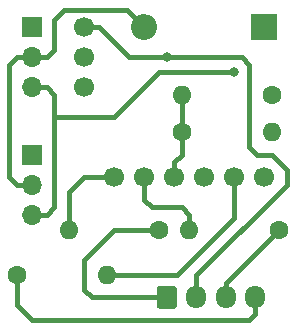
<source format=gtl>
G04 #@! TF.GenerationSoftware,KiCad,Pcbnew,(5.1.8)-1*
G04 #@! TF.CreationDate,2024-06-23T02:08:37+02:00*
G04 #@! TF.ProjectId,RC Exhaust Digispark,52432045-7868-4617-9573-742044696769,rev?*
G04 #@! TF.SameCoordinates,Original*
G04 #@! TF.FileFunction,Copper,L1,Top*
G04 #@! TF.FilePolarity,Positive*
%FSLAX46Y46*%
G04 Gerber Fmt 4.6, Leading zero omitted, Abs format (unit mm)*
G04 Created by KiCad (PCBNEW (5.1.8)-1) date 2024-06-23 02:08:37*
%MOMM*%
%LPD*%
G01*
G04 APERTURE LIST*
G04 #@! TA.AperFunction,ComponentPad*
%ADD10C,1.600000*%
G04 #@! TD*
G04 #@! TA.AperFunction,ComponentPad*
%ADD11O,1.600000X1.600000*%
G04 #@! TD*
G04 #@! TA.AperFunction,ComponentPad*
%ADD12O,1.700000X1.700000*%
G04 #@! TD*
G04 #@! TA.AperFunction,ComponentPad*
%ADD13R,1.700000X1.700000*%
G04 #@! TD*
G04 #@! TA.AperFunction,ComponentPad*
%ADD14O,1.700000X1.950000*%
G04 #@! TD*
G04 #@! TA.AperFunction,ComponentPad*
%ADD15C,1.700000*%
G04 #@! TD*
G04 #@! TA.AperFunction,ComponentPad*
%ADD16R,2.200000X2.200000*%
G04 #@! TD*
G04 #@! TA.AperFunction,ComponentPad*
%ADD17O,2.200000X2.200000*%
G04 #@! TD*
G04 #@! TA.AperFunction,ViaPad*
%ADD18C,0.800000*%
G04 #@! TD*
G04 #@! TA.AperFunction,Conductor*
%ADD19C,0.381000*%
G04 #@! TD*
G04 APERTURE END LIST*
D10*
X113665000Y-96520000D03*
D11*
X106045000Y-96520000D03*
X116205000Y-96520000D03*
D10*
X123825000Y-96520000D03*
D12*
X102870000Y-95250000D03*
X102870000Y-92710000D03*
D13*
X102870000Y-90170000D03*
X102870000Y-79375000D03*
D12*
X102870000Y-81915000D03*
X102870000Y-84455000D03*
D10*
X101600000Y-100330000D03*
D11*
X109220000Y-100330000D03*
X115570000Y-85090000D03*
D10*
X123190000Y-85090000D03*
X115570000Y-88265000D03*
D11*
X123190000Y-88265000D03*
G04 #@! TA.AperFunction,ComponentPad*
G36*
G01*
X113450000Y-102960000D02*
X113450000Y-101510000D01*
G75*
G02*
X113700000Y-101260000I250000J0D01*
G01*
X114900000Y-101260000D01*
G75*
G02*
X115150000Y-101510000I0J-250000D01*
G01*
X115150000Y-102960000D01*
G75*
G02*
X114900000Y-103210000I-250000J0D01*
G01*
X113700000Y-103210000D01*
G75*
G02*
X113450000Y-102960000I0J250000D01*
G01*
G37*
G04 #@! TD.AperFunction*
D14*
X116800000Y-102235000D03*
X119300000Y-102235000D03*
X121800000Y-102235000D03*
D15*
X117475000Y-92075000D03*
X120015000Y-92075000D03*
X107315000Y-81915000D03*
X109855000Y-92075000D03*
X112395000Y-92075000D03*
X114935000Y-92075000D03*
X107315000Y-79375000D03*
X107315000Y-84455000D03*
X122555000Y-92075000D03*
D16*
X122555000Y-79375000D03*
D17*
X112395000Y-79375000D03*
D18*
X120015000Y-83185000D03*
X114300000Y-81915000D03*
D19*
X115570000Y-88265000D02*
X115570000Y-85090000D01*
X114935000Y-90805000D02*
X114935000Y-92075000D01*
X115570000Y-90170000D02*
X114935000Y-90805000D01*
X115570000Y-88265000D02*
X115570000Y-90170000D01*
X107950000Y-102235000D02*
X114300000Y-102235000D01*
X107315000Y-101600000D02*
X107950000Y-102235000D01*
X107315000Y-99060000D02*
X107315000Y-101600000D01*
X109855000Y-96520000D02*
X107315000Y-99060000D01*
X113665000Y-96520000D02*
X109855000Y-96520000D01*
X104140000Y-84455000D02*
X102870000Y-84455000D01*
X104775000Y-85090000D02*
X104140000Y-84455000D01*
X104140000Y-95250000D02*
X104775000Y-94615000D01*
X102870000Y-95250000D02*
X104140000Y-95250000D01*
X104775000Y-94615000D02*
X104775000Y-86995000D01*
X104775000Y-86995000D02*
X104775000Y-85090000D01*
X113665000Y-83185000D02*
X120015000Y-83185000D01*
X109855000Y-86995000D02*
X113665000Y-83185000D01*
X104775000Y-86995000D02*
X109855000Y-86995000D01*
X119300000Y-101045000D02*
X119300000Y-102235000D01*
X123825000Y-96520000D02*
X119300000Y-101045000D01*
X101600000Y-100330000D02*
X101600000Y-102870000D01*
X101600000Y-102870000D02*
X102870000Y-104140000D01*
X102870000Y-104140000D02*
X121285000Y-104140000D01*
X121800000Y-103625000D02*
X121800000Y-102235000D01*
X121285000Y-104140000D02*
X121800000Y-103625000D01*
X106045000Y-93345000D02*
X106045000Y-96520000D01*
X107315000Y-92075000D02*
X106045000Y-93345000D01*
X109855000Y-92075000D02*
X107315000Y-92075000D01*
X120015000Y-93277081D02*
X120015000Y-92075000D01*
X115159164Y-100330000D02*
X120015000Y-95474164D01*
X120015000Y-95474164D02*
X120015000Y-93277081D01*
X109220000Y-100330000D02*
X115159164Y-100330000D01*
X116205000Y-95250000D02*
X116205000Y-96520000D01*
X113030000Y-94615000D02*
X115570000Y-94615000D01*
X115570000Y-94615000D02*
X116205000Y-95250000D01*
X112395000Y-93980000D02*
X113030000Y-94615000D01*
X112395000Y-92075000D02*
X112395000Y-93980000D01*
X121285000Y-86360000D02*
X121285000Y-82550000D01*
X120650000Y-81915000D02*
X116205000Y-81915000D01*
X121285000Y-82550000D02*
X120650000Y-81915000D01*
X116205000Y-81915000D02*
X114300000Y-81915000D01*
X108585000Y-79375000D02*
X107315000Y-79375000D01*
X111125000Y-81915000D02*
X108585000Y-79375000D01*
X114300000Y-81915000D02*
X111125000Y-81915000D01*
X116800000Y-100370000D02*
X116800000Y-102235000D01*
X123190000Y-90170000D02*
X124460000Y-91440000D01*
X121920000Y-90170000D02*
X123190000Y-90170000D01*
X121285000Y-89535000D02*
X121920000Y-90170000D01*
X121285000Y-85725000D02*
X121285000Y-89535000D01*
X124460000Y-91440000D02*
X124460000Y-92710000D01*
X124460000Y-92710000D02*
X116800000Y-100370000D01*
X101600000Y-92710000D02*
X102870000Y-92710000D01*
X100965000Y-92075000D02*
X101600000Y-92710000D01*
X100965000Y-82550000D02*
X100965000Y-92075000D01*
X101600000Y-81915000D02*
X100965000Y-82550000D01*
X102870000Y-81915000D02*
X101600000Y-81915000D01*
X105629490Y-77885510D02*
X110905510Y-77885510D01*
X110905510Y-77885510D02*
X112395000Y-79375000D01*
X104775000Y-78740000D02*
X105629490Y-77885510D01*
X104775000Y-81280000D02*
X104775000Y-78740000D01*
X104140000Y-81915000D02*
X104775000Y-81280000D01*
X102870000Y-81915000D02*
X104140000Y-81915000D01*
M02*

</source>
